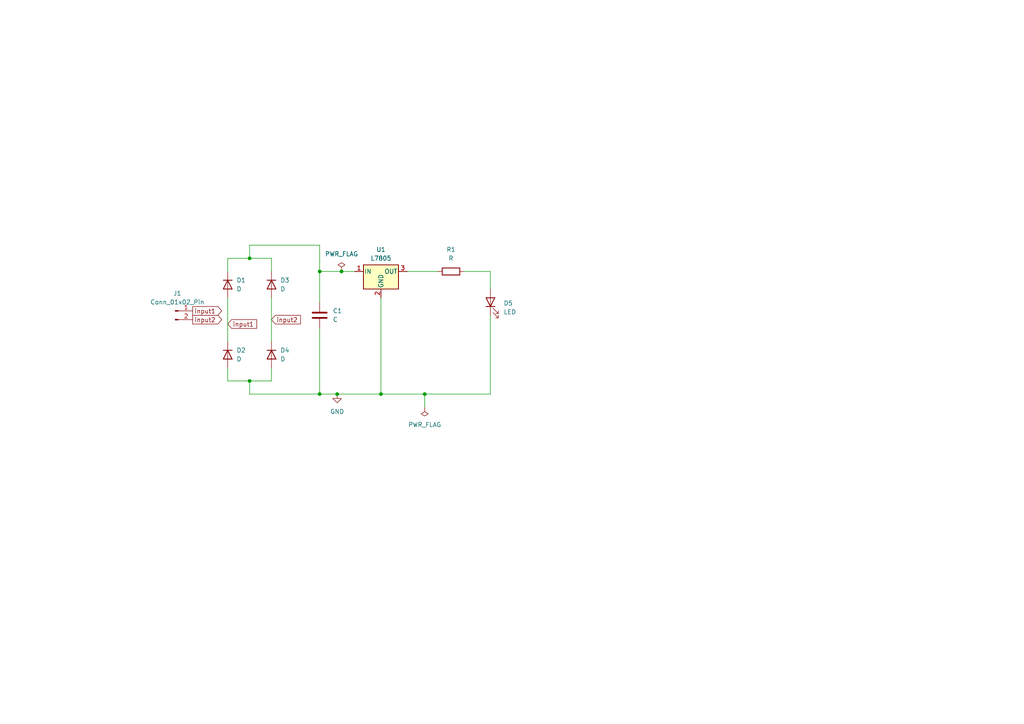
<source format=kicad_sch>
(kicad_sch (version 20250114) (generator "eeschema") (generator_version "9.0")
  (paper "A4")
  (lib_symbols
    (symbol "Connector:Conn_01x02_Pin" (pin_names (offset 1.016) (hide yes))
      (property "Reference" "J" (at 0 2.54 0))
      (property "Value" "Conn_01x02_Pin" (at 0 -5.08 0))
      (symbol "Conn_01x02_Pin_1_1"
        (rectangle (start 0.8636 0.127) (end 0 -0.127) (stroke (width 0.1524)) (fill (type outline)))
        (rectangle (start 0.8636 -2.413) (end 0 -2.667) (stroke (width 0.1524)) (fill (type outline)))
        (polyline (pts (xy 1.27 0) (xy 0.8636 0)) (stroke (width 0.1524)))
        (polyline (pts (xy 1.27 -2.54) (xy 0.8636 -2.54)) (stroke (width 0.1524)))
        (pin passive line (at 5.08 0 180) (length 3.81) (name "Pin_1") (number "1"))
        (pin passive line (at 5.08 -2.54 180) (length 3.81) (name "Pin_2") (number "2"))
      )
    )
    (symbol "Device:C" (pin_numbers (hide yes)) (pin_names (offset 0.254))
      (property "Reference" "C" (at 0.635 2.54 0))
      (property "Value" "C" (at 0.635 -2.54 0))
      (symbol "C_0_1"
        (polyline (pts (xy -2.032 0.762) (xy 2.032 0.762)) (stroke (width 0.508)))
        (polyline (pts (xy -2.032 -0.762) (xy 2.032 -0.762)) (stroke (width 0.508)))
      )
      (symbol "C_1_1"
        (pin passive line (at 0 3.81 270) (length 2.794) (name "~") (number "1"))
        (pin passive line (at 0 -3.81 90) (length 2.794) (name "~") (number "2"))
      )
    )
    (symbol "Device:D" (pin_numbers (hide yes)) (pin_names (offset 1.016) (hide yes))
      (property "Reference" "D" (at 0 2.54 0))
      (property "Value" "D" (at 0 -2.54 0))
      (symbol "D_0_1"
        (polyline (pts (xy -1.27 1.27) (xy -1.27 -1.27)) (stroke (width 0.254)))
        (polyline (pts (xy 1.27 1.27) (xy 1.27 -1.27) (xy -1.27 0) (xy 1.27 1.27)) (stroke (width 0.254)))
        (polyline (pts (xy 1.27 0) (xy -1.27 0)))
      )
      (symbol "D_1_1"
        (pin passive line (at -3.81 0 0) (length 2.54) (name "K") (number "1"))
        (pin passive line (at 3.81 0 180) (length 2.54) (name "A") (number "2"))
      )
    )
    (symbol "Device:LED" (pin_numbers (hide yes)) (pin_names (offset 1.016) (hide yes))
      (property "Reference" "D" (at 0 2.54 0))
      (property "Value" "LED" (at 0 -2.54 0))
      (symbol "LED_0_1"
        (polyline (pts (xy -3.048 -0.762) (xy -4.572 -2.286) (xy -3.81 -2.286) (xy -4.572 -2.286) (xy -4.572 -1.524)))
        (polyline (pts (xy -1.778 -0.762) (xy -3.302 -2.286) (xy -2.54 -2.286) (xy -3.302 -2.286) (xy -3.302 -1.524)))
        (polyline (pts (xy -1.27 0) (xy 1.27 0)))
        (polyline (pts (xy -1.27 -1.27) (xy -1.27 1.27)) (stroke (width 0.254)))
        (polyline (pts (xy 1.27 -1.27) (xy 1.27 1.27) (xy -1.27 0) (xy 1.27 -1.27)) (stroke (width 0.254)))
      )
      (symbol "LED_1_1"
        (pin passive line (at -3.81 0 0) (length 2.54) (name "K") (number "1"))
        (pin passive line (at 3.81 0 180) (length 2.54) (name "A") (number "2"))
      )
    )
    (symbol "Device:R" (pin_numbers (hide yes)) (pin_names (offset 0))
      (property "Reference" "R" (at 2.032 0 90))
      (property "Value" "R" (at 0 0 90))
      (symbol "R_0_1"
        (rectangle (start -1.016 -2.54) (end 1.016 2.54) (stroke (width 0.254)))
      )
      (symbol "R_1_1"
        (pin passive line (at 0 3.81 270) (length 1.27) (name "~") (number "1"))
        (pin passive line (at 0 -3.81 90) (length 1.27) (name "~") (number "2"))
      )
    )
    (symbol "Regulator_Linear:L7805" (pin_names (offset 0.254))
      (property "Reference" "U" (at -3.81 3.175 0))
      (property "Value" "L7805" (at 0 3.175 0))
      (symbol "L7805_0_1"
        (rectangle (start -5.08 1.905) (end 5.08 -5.08) (stroke (width 0.254)) (fill (type background)))
      )
      (symbol "L7805_1_1"
        (pin power_in line (at -7.62 0 0) (length 2.54) (name "IN") (number "1"))
        (pin power_in line (at 0 -7.62 90) (length 2.54) (name "GND") (number "2"))
        (pin power_out line (at 7.62 0 180) (length 2.54) (name "OUT") (number "3"))
      )
    )
    (symbol "power:GND" (power) (pin_numbers (hide yes)) (pin_names (offset 0) (hide yes))
      (property "Value" "GND" (at 0 -3.81 0))
      (symbol "GND_0_1"
        (polyline (pts (xy 0 0) (xy 0 -1.27) (xy 1.27 -1.27) (xy 0 -2.54) (xy -1.27 -1.27) (xy 0 -1.27)))
      )
      (symbol "GND_1_1"
        (pin power_in line (at 0 0 270) (length 0) (name "~") (number "1"))
      )
    )
    (symbol "power:PWR_FLAG" (power) (pin_numbers (hide yes)) (pin_names (offset 0) (hide yes))
      (property "Value" "PWR_FLAG" (at 0 3.81 0))
      (symbol "PWR_FLAG_0_0"
        (pin power_out line (at 0 0 90) (length 0) (name "~") (number "1"))
      )
      (symbol "PWR_FLAG_0_1"
        (polyline (pts (xy 0 0) (xy 0 1.27) (xy -1.016 1.905) (xy 0 2.54) (xy 1.016 1.905) (xy 0 1.27)))
      )
    )
  )
  (junction (at 99.06 78.74))
  (junction (at 72.39 74.93))
  (junction (at 123.19 114.3))
  (junction (at 92.71 114.3))
  (junction (at 110.49 114.3))
  (junction (at 97.79 114.3))
  (junction (at 92.71 78.74))
  (junction (at 72.39 110.49))
  (wire (pts (xy 72.39 110.49) (xy 78.74 110.49)))
  (wire (pts (xy 92.71 87.63) (xy 92.71 78.74)))
  (wire (pts (xy 142.24 91.44) (xy 142.24 114.3)))
  (wire (pts (xy 92.71 78.74) (xy 99.06 78.74)))
  (wire (pts (xy 72.39 71.12) (xy 72.39 74.93)))
  (wire (pts (xy 66.04 74.93) (xy 72.39 74.93)))
  (wire (pts (xy 66.04 78.74) (xy 66.04 74.93)))
  (wire (pts (xy 72.39 114.3) (xy 72.39 110.49)))
  (wire (pts (xy 110.49 86.36) (xy 110.49 114.3)))
  (wire (pts (xy 110.49 114.3) (xy 97.79 114.3)))
  (wire (pts (xy 99.06 78.74) (xy 102.87 78.74)))
  (wire (pts (xy 66.04 110.49) (xy 72.39 110.49)))
  (wire (pts (xy 142.24 78.74) (xy 142.24 83.82)))
  (wire (pts (xy 118.11 78.74) (xy 127 78.74)))
  (wire (pts (xy 123.19 114.3) (xy 123.19 118.11)))
  (wire (pts (xy 92.71 95.25) (xy 92.71 114.3)))
  (wire (pts (xy 92.71 78.74) (xy 92.71 71.12)))
  (wire (pts (xy 78.74 74.93) (xy 78.74 78.74)))
  (wire (pts (xy 92.71 71.12) (xy 72.39 71.12)))
  (wire (pts (xy 78.74 86.36) (xy 78.74 99.06)))
  (wire (pts (xy 97.79 114.3) (xy 92.71 114.3)))
  (wire (pts (xy 134.62 78.74) (xy 142.24 78.74)))
  (wire (pts (xy 66.04 86.36) (xy 66.04 99.06)))
  (wire (pts (xy 142.24 114.3) (xy 123.19 114.3)))
  (wire (pts (xy 72.39 74.93) (xy 78.74 74.93)))
  (wire (pts (xy 92.71 114.3) (xy 72.39 114.3)))
  (wire (pts (xy 123.19 114.3) (xy 110.49 114.3)))
  (wire (pts (xy 66.04 106.68) (xy 66.04 110.49)))
  (wire (pts (xy 78.74 110.49) (xy 78.74 106.68)))
  (global_label "input2" (shape input) (at 78.74 92.71 0) (property "Intersheetrefs" "${INTERSHEET_REFS}" (effects (hide yes))))
  (global_label "input2" (shape output) (at 55.88 92.71 0) (property "Intersheetrefs" "${INTERSHEET_REFS}" (effects (hide yes))))
  (global_label "input1" (shape output) (at 55.88 90.17 0) (property "Intersheetrefs" "${INTERSHEET_REFS}" (effects (hide yes))))
  (global_label "input1" (shape input) (at 66.04 93.98 0) (property "Intersheetrefs" "${INTERSHEET_REFS}" (effects (hide yes))))
  (symbol (lib_id "Device:D") (at 66.04 82.55 270) (unit 1)
    (property "Reference" "D1" (at 68.58 81.2799 90) (effects (justify left)))
    (property "Value" "D" (at 68.58 83.8199 90) (effects (justify left)))
    (property "Footprint" "Diode_THT:D_5W_P10.16mm_Horizontal" (effects (hide yes)))
    (property "Description" "Diode" (effects (hide yes)))
    (property "Sim.Device" "D" (effects (hide yes)))
    (property "Sim.Pins" "1=K 2=A" (effects (hide yes)))
  )
  (symbol (lib_id "power:GND") (at 97.79 114.3 0) (unit 1)
    (property "Reference" "#PWR01" (effects (hide yes)))
    (property "Value" "GND" (at 97.79 119.38 0))
    (property "Description" "Power symbol creates a global label with name \"GND\" , ground" (effects (hide yes)))
  )
  (symbol (lib_id "Device:D") (at 66.04 102.87 270) (unit 1)
    (property "Reference" "D2" (at 68.58 101.5999 90) (effects (justify left)))
    (property "Value" "D" (at 68.58 104.1399 90) (effects (justify left)))
    (property "Footprint" "Diode_THT:D_5W_P10.16mm_Horizontal" (effects (hide yes)))
    (property "Description" "Diode" (effects (hide yes)))
    (property "Sim.Device" "D" (effects (hide yes)))
    (property "Sim.Pins" "1=K 2=A" (effects (hide yes)))
  )
  (symbol (lib_id "Device:LED") (at 142.24 87.63 90) (unit 1)
    (property "Reference" "D5" (at 146.05 87.9474 90) (effects (justify right)))
    (property "Value" "LED" (at 146.05 90.4874 90) (effects (justify right)))
    (property "Footprint" "LED_THT:LED_D5.0mm" (effects (hide yes)))
    (property "Description" "Light emitting diode" (effects (hide yes)))
    (property "Sim.Pins" "1=K 2=A" (effects (hide yes)))
  )
  (symbol (lib_id "power:PWR_FLAG") (at 123.19 118.11 180) (unit 1)
    (property "Reference" "#FLG02" (effects (hide yes)))
    (property "Value" "PWR_FLAG" (at 123.19 123.19 0))
    (property "Description" "Special symbol for telling ERC where power comes from" (effects (hide yes)))
  )
  (symbol (lib_id "Regulator_Linear:L7805") (at 110.49 78.74 0) (unit 1)
    (property "Reference" "U1" (at 110.49 72.39 0))
    (property "Value" "L7805" (at 110.49 74.93 0))
    (property "Footprint" "Package_TO_SOT_THT:TO-220-3_Vertical" (effects (hide yes)))
    (property "Datasheet" "http://www.st.com/content/ccc/resource/technical/document/datasheet/41/4f/b3/b0/12/d4/47/88/CD00000444.pdf/files/CD00000444.pdf/jcr:content/translations/en.CD00000444.pdf" (effects (hide yes)))
    (property "Description" "Positive 1.5A 35V Linear Regulator, Fixed Output 5V, TO-220/TO-263/TO-252" (effects (hide yes)))
  )
  (symbol (lib_id "Device:D") (at 78.74 82.55 270) (unit 1)
    (property "Reference" "D3" (at 81.28 81.2799 90) (effects (justify left)))
    (property "Value" "D" (at 81.28 83.8199 90) (effects (justify left)))
    (property "Footprint" "Diode_THT:D_5W_P10.16mm_Horizontal" (effects (hide yes)))
    (property "Description" "Diode" (effects (hide yes)))
    (property "Sim.Device" "D" (effects (hide yes)))
    (property "Sim.Pins" "1=K 2=A" (effects (hide yes)))
  )
  (symbol (lib_id "Device:R") (at 130.81 78.74 90) (unit 1)
    (property "Reference" "R1" (at 130.81 72.39 90))
    (property "Value" "R" (at 130.81 74.93 90))
    (property "Footprint" "Resistor_THT:R_Axial_DIN0207_L6.3mm_D2.5mm_P2.54mm_Vertical" (effects (hide yes)))
    (property "Description" "Resistor" (effects (hide yes)))
  )
  (symbol (lib_id "Device:D") (at 78.74 102.87 270) (unit 1)
    (property "Reference" "D4" (at 81.28 101.5999 90) (effects (justify left)))
    (property "Value" "D" (at 81.28 104.1399 90) (effects (justify left)))
    (property "Footprint" "Diode_THT:D_5W_P10.16mm_Horizontal" (effects (hide yes)))
    (property "Description" "Diode" (effects (hide yes)))
    (property "Sim.Device" "D" (effects (hide yes)))
    (property "Sim.Pins" "1=K 2=A" (effects (hide yes)))
  )
  (symbol (lib_id "Device:C") (at 92.71 91.44 0) (unit 1)
    (property "Reference" "C1" (at 96.52 90.1699 0) (effects (justify left)))
    (property "Value" "C" (at 96.52 92.7099 0) (effects (justify left)))
    (property "Footprint" "Capacitor_THT:C_Radial_D6.3mm_H11.0mm_P2.50mm" (effects (hide yes)))
    (property "Description" "Unpolarized capacitor" (effects (hide yes)))
  )
  (symbol (lib_id "Connector:Conn_01x02_Pin") (at 50.8 90.17 0) (unit 1)
    (property "Reference" "J1" (at 51.435 85.09 0))
    (property "Value" "Conn_01x02_Pin" (at 51.435 87.63 0))
    (property "Footprint" "TerminalBlock:TerminalBlock_bornier-2_P5.08mm" (effects (hide yes)))
    (property "Description" "Generic connector, single row, 01x02, script generated" (effects (hide yes)))
  )
  (symbol (lib_id "power:PWR_FLAG") (at 99.06 78.74 0) (unit 1)
    (property "Reference" "#FLG01" (effects (hide yes)))
    (property "Value" "PWR_FLAG" (at 99.06 73.66 0))
    (property "Description" "Special symbol for telling ERC where power comes from" (effects (hide yes)))
  )
)
</source>
